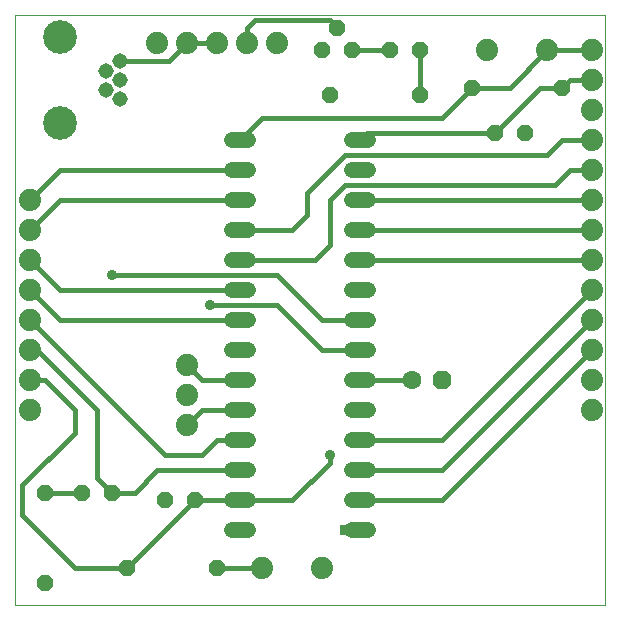
<source format=gtl>
G75*
%MOIN*%
%OFA0B0*%
%FSLAX25Y25*%
%IPPOS*%
%LPD*%
%AMOC8*
5,1,8,0,0,1.08239X$1,22.5*
%
%ADD10C,0.00000*%
%ADD11OC8,0.06300*%
%ADD12C,0.06300*%
%ADD13OC8,0.05200*%
%ADD14C,0.05200*%
%ADD15C,0.07400*%
%ADD16C,0.05150*%
%ADD17C,0.11220*%
%ADD18C,0.01600*%
%ADD19C,0.03562*%
%ADD20R,0.03562X0.03562*%
D10*
X0009867Y0002367D02*
X0009867Y0199217D01*
X0206717Y0199217D01*
X0206717Y0002367D01*
X0009867Y0002367D01*
D11*
X0152367Y0077367D03*
D12*
X0142367Y0077367D03*
D13*
X0077367Y0014867D03*
X0069867Y0037367D03*
X0059867Y0037367D03*
X0042367Y0039867D03*
X0032367Y0039867D03*
X0019867Y0039867D03*
X0047367Y0014867D03*
X0019867Y0009867D03*
X0169867Y0159867D03*
X0179867Y0159867D03*
X0192367Y0174867D03*
X0162367Y0174867D03*
X0144867Y0172367D03*
X0144867Y0187367D03*
X0134867Y0187367D03*
X0122367Y0187367D03*
X0117367Y0194867D03*
X0112367Y0187367D03*
X0114867Y0172367D03*
D14*
X0122267Y0157367D02*
X0127467Y0157367D01*
X0127467Y0147367D02*
X0122267Y0147367D01*
X0122267Y0137367D02*
X0127467Y0137367D01*
X0127467Y0127367D02*
X0122267Y0127367D01*
X0122267Y0117367D02*
X0127467Y0117367D01*
X0127467Y0107367D02*
X0122267Y0107367D01*
X0122267Y0097367D02*
X0127467Y0097367D01*
X0127467Y0087367D02*
X0122267Y0087367D01*
X0122267Y0077367D02*
X0127467Y0077367D01*
X0127467Y0067367D02*
X0122267Y0067367D01*
X0122267Y0057367D02*
X0127467Y0057367D01*
X0127467Y0047367D02*
X0122267Y0047367D01*
X0122267Y0037367D02*
X0127467Y0037367D01*
X0127467Y0027367D02*
X0122267Y0027367D01*
X0087467Y0027367D02*
X0082267Y0027367D01*
X0082267Y0037367D02*
X0087467Y0037367D01*
X0087467Y0047367D02*
X0082267Y0047367D01*
X0082267Y0057367D02*
X0087467Y0057367D01*
X0087467Y0067367D02*
X0082267Y0067367D01*
X0082267Y0077367D02*
X0087467Y0077367D01*
X0087467Y0087367D02*
X0082267Y0087367D01*
X0082267Y0097367D02*
X0087467Y0097367D01*
X0087467Y0107367D02*
X0082267Y0107367D01*
X0082267Y0117367D02*
X0087467Y0117367D01*
X0087467Y0127367D02*
X0082267Y0127367D01*
X0082267Y0137367D02*
X0087467Y0137367D01*
X0087467Y0147367D02*
X0082267Y0147367D01*
X0082267Y0157367D02*
X0087467Y0157367D01*
D15*
X0087367Y0189867D03*
X0097367Y0189867D03*
X0077367Y0189867D03*
X0067367Y0189867D03*
X0057367Y0189867D03*
X0014867Y0137367D03*
X0014867Y0127367D03*
X0014867Y0117367D03*
X0014867Y0107367D03*
X0014867Y0097367D03*
X0014867Y0087367D03*
X0014867Y0077367D03*
X0014867Y0067367D03*
X0067367Y0072367D03*
X0067367Y0082367D03*
X0067367Y0062367D03*
X0092367Y0014867D03*
X0112367Y0014867D03*
X0202367Y0067367D03*
X0202367Y0077367D03*
X0202367Y0087367D03*
X0202367Y0097367D03*
X0202367Y0107367D03*
X0202367Y0117367D03*
X0202367Y0127367D03*
X0202367Y0137367D03*
X0202367Y0147367D03*
X0202367Y0157367D03*
X0202367Y0167367D03*
X0202367Y0177367D03*
X0202367Y0187367D03*
X0187367Y0187367D03*
X0167367Y0187367D03*
D16*
X0044945Y0183666D03*
X0040221Y0180516D03*
X0044945Y0177367D03*
X0040221Y0174217D03*
X0044945Y0171067D03*
D17*
X0024867Y0162997D03*
X0024867Y0191737D03*
D18*
X0044945Y0183666D02*
X0061166Y0183666D01*
X0067367Y0189867D01*
X0077367Y0189867D01*
X0087367Y0189867D02*
X0087367Y0194867D01*
X0089867Y0197367D01*
X0114867Y0197367D01*
X0117367Y0194867D01*
X0122367Y0187367D02*
X0134867Y0187367D01*
X0144867Y0187367D02*
X0144867Y0172367D01*
X0152367Y0164867D02*
X0092367Y0164867D01*
X0084867Y0157367D01*
X0084867Y0147367D02*
X0024867Y0147367D01*
X0014867Y0137367D01*
X0024867Y0137367D02*
X0014867Y0127367D01*
X0014867Y0117367D02*
X0024867Y0107367D01*
X0084867Y0107367D01*
X0084867Y0117367D02*
X0109867Y0117367D01*
X0114867Y0122367D01*
X0114867Y0137367D01*
X0119867Y0142367D01*
X0189867Y0142367D01*
X0194867Y0147367D01*
X0202367Y0147367D01*
X0202367Y0157367D02*
X0192367Y0157367D01*
X0187367Y0152367D01*
X0119867Y0152367D01*
X0107367Y0139867D01*
X0107367Y0132367D01*
X0102367Y0127367D01*
X0084867Y0127367D01*
X0084867Y0137367D02*
X0024867Y0137367D01*
X0042367Y0112367D02*
X0097367Y0112367D01*
X0112367Y0097367D01*
X0124867Y0097367D01*
X0124867Y0087367D02*
X0112367Y0087367D01*
X0097367Y0102367D01*
X0074867Y0102367D01*
X0084867Y0097367D02*
X0024867Y0097367D01*
X0014867Y0107367D01*
X0014867Y0097367D02*
X0059867Y0052367D01*
X0072367Y0052367D01*
X0077367Y0057367D01*
X0084867Y0057367D01*
X0084867Y0047367D02*
X0057367Y0047367D01*
X0049867Y0039867D01*
X0042367Y0039867D01*
X0037367Y0044867D01*
X0037367Y0067367D01*
X0017367Y0087367D01*
X0014867Y0087367D01*
X0014867Y0077367D02*
X0019867Y0077367D01*
X0029867Y0067367D01*
X0029867Y0059867D01*
X0012367Y0042367D01*
X0012367Y0032367D01*
X0029867Y0014867D01*
X0047367Y0014867D01*
X0069867Y0037367D01*
X0084867Y0037367D01*
X0102367Y0037367D01*
X0114867Y0049867D01*
X0114867Y0052367D01*
X0124867Y0057367D02*
X0152367Y0057367D01*
X0202367Y0107367D01*
X0202367Y0117367D02*
X0124867Y0117367D01*
X0124867Y0127367D02*
X0202367Y0127367D01*
X0202367Y0137367D02*
X0124867Y0137367D01*
X0124867Y0157367D02*
X0127367Y0159867D01*
X0169867Y0159867D01*
X0184867Y0174867D01*
X0192367Y0174867D01*
X0194867Y0177367D01*
X0202367Y0177367D01*
X0202367Y0187367D02*
X0187367Y0187367D01*
X0174867Y0174867D01*
X0162367Y0174867D01*
X0152367Y0164867D01*
X0202367Y0097367D02*
X0152367Y0047367D01*
X0124867Y0047367D01*
X0124867Y0037367D02*
X0152367Y0037367D01*
X0202367Y0087367D01*
X0142367Y0077367D02*
X0124867Y0077367D01*
X0084867Y0077367D02*
X0072367Y0077367D01*
X0067367Y0082367D01*
X0072367Y0067367D02*
X0067367Y0062367D01*
X0072367Y0067367D02*
X0084867Y0067367D01*
X0119867Y0027367D02*
X0124867Y0027367D01*
X0092367Y0014867D02*
X0077367Y0014867D01*
X0032367Y0039867D02*
X0019867Y0039867D01*
D19*
X0074867Y0102367D03*
X0042367Y0112367D03*
X0114867Y0052367D03*
D20*
X0119867Y0027367D03*
M02*

</source>
